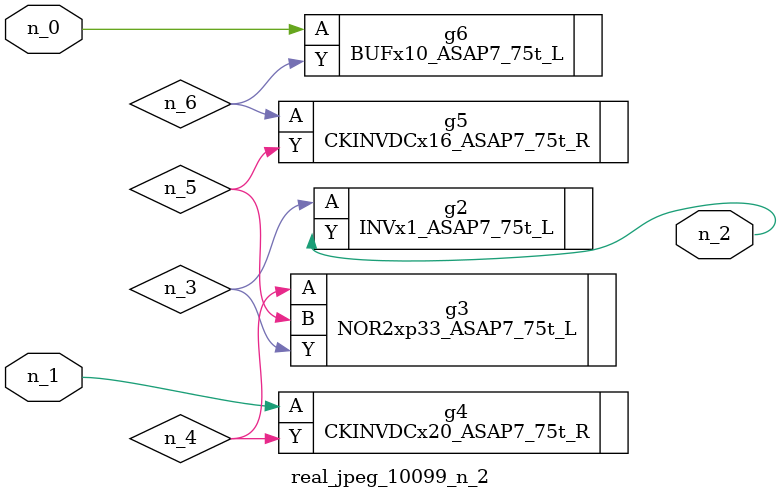
<source format=v>
module real_jpeg_10099_n_2 (n_1, n_0, n_2);

input n_1;
input n_0;

output n_2;

wire n_5;
wire n_4;
wire n_6;
wire n_3;

BUFx10_ASAP7_75t_L g6 ( 
.A(n_0),
.Y(n_6)
);

CKINVDCx20_ASAP7_75t_R g4 ( 
.A(n_1),
.Y(n_4)
);

INVx1_ASAP7_75t_L g2 ( 
.A(n_3),
.Y(n_2)
);

NOR2xp33_ASAP7_75t_L g3 ( 
.A(n_4),
.B(n_5),
.Y(n_3)
);

CKINVDCx16_ASAP7_75t_R g5 ( 
.A(n_6),
.Y(n_5)
);


endmodule
</source>
